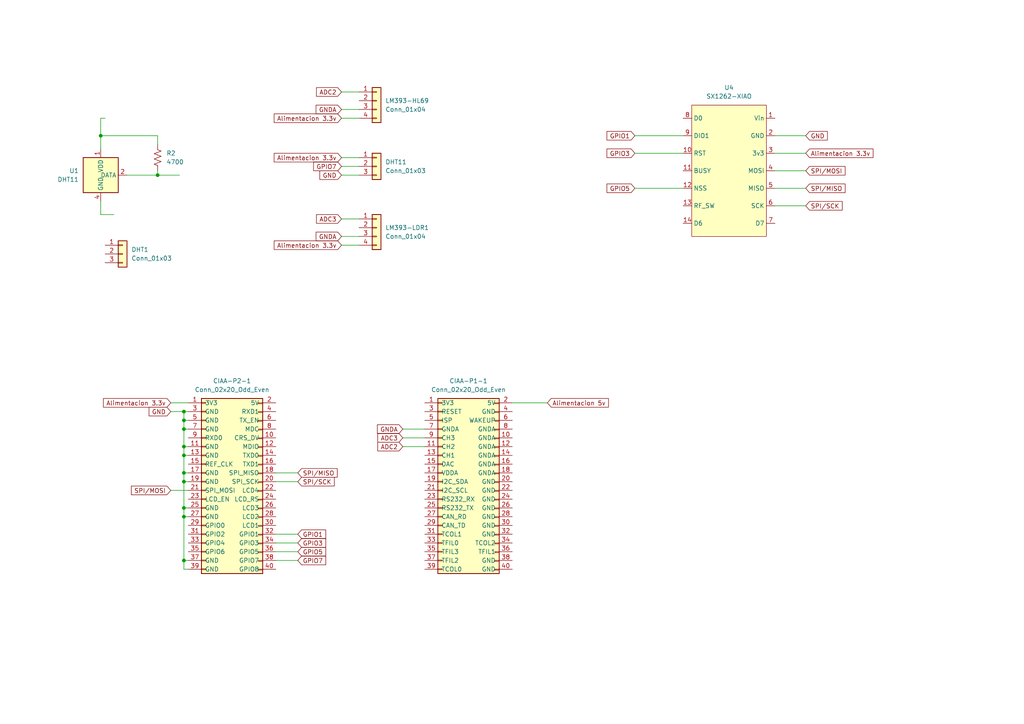
<source format=kicad_sch>
(kicad_sch (version 20250114) (generator "eeschema") (generator_version "9.0")
  (paper "A4")
  (title_block (title "Diseño esquematico de estación meteorológica") (comment 1 "Rodriguez, Matias") (comment 2 "Lumbreras, Valentin") (comment 3 "Graciano, Fausto") (comment 4 "Faccipieri, Ignacio"))
  (lib_symbols
    (symbol "Connector_Generic:Conn_01x03" (pin_names (offset 1.016) (hide yes))
      (property "Reference" "J" (at 0 5.08 0))
      (property "Value" "Conn_01x03" (at 0 -5.08 0))
      (symbol "Conn_01x03_1_1"
        (rectangle (start -1.27 3.81) (end 1.27 -3.81) (stroke (width 0.254)) (fill (type background)))
        (rectangle (start -1.27 2.667) (end 0 2.413) (stroke (width 0.1524)))
        (rectangle (start -1.27 0.127) (end 0 -0.127) (stroke (width 0.1524)))
        (rectangle (start -1.27 -2.413) (end 0 -2.667) (stroke (width 0.1524)))
        (pin passive line (at -5.08 2.54 0) (length 3.81) (name "Pin_1") (number "1"))
        (pin passive line (at -5.08 0 0) (length 3.81) (name "Pin_2") (number "2"))
        (pin passive line (at -5.08 -2.54 0) (length 3.81) (name "Pin_3") (number "3"))
      )
    )
    (symbol "Connector_Generic:Conn_01x04" (pin_names (offset 1.016) (hide yes))
      (property "Reference" "J" (at 0 5.08 0))
      (property "Value" "Conn_01x04" (at 0 -7.62 0))
      (symbol "Conn_01x04_1_1"
        (rectangle (start -1.27 3.81) (end 1.27 -6.35) (stroke (width 0.254)) (fill (type background)))
        (rectangle (start -1.27 2.667) (end 0 2.413) (stroke (width 0.1524)))
        (rectangle (start -1.27 0.127) (end 0 -0.127) (stroke (width 0.1524)))
        (rectangle (start -1.27 -2.413) (end 0 -2.667) (stroke (width 0.1524)))
        (rectangle (start -1.27 -4.953) (end 0 -5.207) (stroke (width 0.1524)))
        (pin passive line (at -5.08 2.54 0) (length 3.81) (name "Pin_1") (number "1"))
        (pin passive line (at -5.08 0 0) (length 3.81) (name "Pin_2") (number "2"))
        (pin passive line (at -5.08 -2.54 0) (length 3.81) (name "Pin_3") (number "3"))
        (pin passive line (at -5.08 -5.08 0) (length 3.81) (name "Pin_4") (number "4"))
      )
    )
    (symbol "Device:R_US" (pin_numbers (hide yes)) (pin_names (offset 0))
      (property "Reference" "R" (at 2.54 0 90))
      (property "Value" "R_US" (at -2.54 0 90))
      (symbol "R_US_0_1"
        (polyline (pts (xy 0 2.286) (xy 0 2.54)))
        (polyline (pts (xy 0 2.286) (xy 1.016 1.905) (xy 0 1.524) (xy -1.016 1.143) (xy 0 0.762)))
        (polyline (pts (xy 0 0.762) (xy 1.016 0.381) (xy 0 0) (xy -1.016 -0.381) (xy 0 -0.762)))
        (polyline (pts (xy 0 -0.762) (xy 1.016 -1.143) (xy 0 -1.524) (xy -1.016 -1.905) (xy 0 -2.286)))
        (polyline (pts (xy 0 -2.286) (xy 0 -2.54)))
      )
      (symbol "R_US_1_1"
        (pin passive line (at 0 3.81 270) (length 1.27) (name "~") (number "1"))
        (pin passive line (at 0 -3.81 90) (length 1.27) (name "~") (number "2"))
      )
    )
    (symbol "LoRa Wio-SX1262:Wio_SX1262"
      (property "Reference" "U" (at 0 0 0))
      (symbol "Wio_SX1262_1_1"
        (rectangle (start -11.43 -2.54) (end 10.16 -40.64) (fill (type background)))
        (pin bidirectional line (at -13.97 -6.35 0) (length 2.54) (name "D0") (number "8"))
        (pin output line (at -13.97 -11.43 0) (length 2.54) (name "DIO1") (number "9"))
        (pin input line (at -13.97 -16.51 0) (length 2.54) (name "RST") (number "10"))
        (pin output line (at -13.97 -21.59 0) (length 2.54) (name "BUSY") (number "11"))
        (pin input line (at -13.97 -26.67 0) (length 2.54) (name "NSS") (number "12"))
        (pin output line (at -13.97 -31.75 0) (length 2.54) (name "RF_SW") (number "13"))
        (pin bidirectional line (at -13.97 -36.83 0) (length 2.54) (name "D6") (number "14"))
        (pin power_in line (at 12.7 -6.35 180) (length 2.54) (name "Vin") (number "1"))
        (pin power_in line (at 12.7 -11.43 180) (length 2.54) (name "GND") (number "2"))
        (pin power_out line (at 12.7 -16.51 180) (length 2.54) (name "3v3") (number "3"))
        (pin input line (at 12.7 -21.59 180) (length 2.54) (name "MOSI") (number "4"))
        (pin output line (at 12.7 -26.67 180) (length 2.54) (name "MISO") (number "5"))
        (pin input line (at 12.7 -31.75 180) (length 2.54) (name "SCK") (number "6"))
        (pin bidirectional line (at 12.7 -36.83 180) (length 2.54) (name "D7") (number "7"))
      )
    )
    (symbol "ProyectoTdL:Conn_02x20_Odd_Even_1" (pin_names (offset 1.016))
      (property "Reference" "CIAA-P1-1" (at 6.096 29.21 0))
      (property "Value" "Conn_02x20_Odd_Even" (at 7.366 26.67 0))
      (symbol "Conn_02x20_Odd_Even_1_1_1"
        (rectangle (start -1.27 24.13) (end 16.51 -26.67) (stroke (width 0.254)) (fill (type background)))
        (rectangle (start -1.27 22.987) (end 0 22.733) (stroke (width 0.1524)))
        (rectangle (start -1.27 20.447) (end 0 20.193) (stroke (width 0.1524)))
        (rectangle (start -1.27 17.907) (end 0 17.653) (stroke (width 0.1524)))
        (rectangle (start -1.27 15.367) (end 0 15.113) (stroke (width 0.1524)))
        (rectangle (start -1.27 12.827) (end 0 12.573) (stroke (width 0.1524)))
        (rectangle (start -1.27 10.287) (end 0 10.033) (stroke (width 0.1524)))
        (rectangle (start -1.27 7.747) (end 0 7.493) (stroke (width 0.1524)))
        (rectangle (start -1.27 5.207) (end 0 4.953) (stroke (width 0.1524)))
        (rectangle (start -1.27 2.667) (end 0 2.413) (stroke (width 0.1524)))
        (rectangle (start -1.27 0.127) (end 0 -0.127) (stroke (width 0.1524)))
        (rectangle (start -1.27 -2.413) (end 0 -2.667) (stroke (width 0.1524)))
        (rectangle (start -1.27 -4.953) (end 0 -5.207) (stroke (width 0.1524)))
        (rectangle (start -1.27 -7.493) (end 0 -7.747) (stroke (width 0.1524)))
        (rectangle (start -1.27 -10.033) (end 0 -10.287) (stroke (width 0.1524)))
        (rectangle (start -1.27 -12.573) (end 0 -12.827) (stroke (width 0.1524)))
        (rectangle (start -1.27 -15.113) (end 0 -15.367) (stroke (width 0.1524)))
        (rectangle (start -1.27 -17.653) (end 0 -17.907) (stroke (width 0.1524)))
        (rectangle (start -1.27 -20.193) (end 0 -20.447) (stroke (width 0.1524)))
        (rectangle (start -1.27 -22.733) (end 0 -22.987) (stroke (width 0.1524)))
        (rectangle (start -1.27 -25.273) (end 0 -25.527) (stroke (width 0.1524)))
        (rectangle (start 15.24 22.86) (end 16.51 22.606) (stroke (width 0.1524)))
        (rectangle (start 16.51 20.32) (end 15.24 20.066) (stroke (width 0.1524)))
        (rectangle (start 16.51 17.78) (end 15.24 17.526) (stroke (width 0.1524)))
        (rectangle (start 16.51 15.24) (end 15.24 14.986) (stroke (width 0.1524)))
        (rectangle (start 16.51 12.7) (end 15.24 12.446) (stroke (width 0.1524)))
        (rectangle (start 16.51 10.16) (end 15.24 9.906) (stroke (width 0.1524)))
        (rectangle (start 16.51 7.62) (end 15.24 7.366) (stroke (width 0.1524)))
        (rectangle (start 16.51 5.08) (end 15.24 4.826) (stroke (width 0.1524)))
        (rectangle (start 16.51 2.54) (end 15.24 2.286) (stroke (width 0.1524)))
        (rectangle (start 16.51 0) (end 15.24 -0.254) (stroke (width 0.1524)))
        (rectangle (start 16.51 -2.54) (end 15.24 -2.794) (stroke (width 0.1524)))
        (rectangle (start 16.51 -5.08) (end 15.24 -5.334) (stroke (width 0.1524)))
        (rectangle (start 16.51 -7.62) (end 15.24 -7.874) (stroke (width 0.1524)))
        (rectangle (start 16.51 -10.16) (end 15.24 -10.414) (stroke (width 0.1524)))
        (rectangle (start 16.51 -12.7) (end 15.24 -12.954) (stroke (width 0.1524)))
        (rectangle (start 16.51 -15.24) (end 15.24 -15.494) (stroke (width 0.1524)))
        (rectangle (start 16.51 -17.78) (end 15.24 -18.034) (stroke (width 0.1524)))
        (rectangle (start 16.51 -20.32) (end 15.24 -20.574) (stroke (width 0.1524)))
        (rectangle (start 16.51 -22.86) (end 15.24 -23.114) (stroke (width 0.1524)))
        (rectangle (start 16.51 -25.4) (end 15.24 -25.654) (stroke (width 0.1524)))
        (pin passive line (at -5.08 22.86 0) (length 3.81) (name "3V3") (number "1"))
        (pin passive line (at -5.08 20.32 0) (length 3.81) (name "RESET") (number "3"))
        (pin passive line (at -5.08 17.78 0) (length 3.81) (name "ISP") (number "5"))
        (pin passive line (at -5.08 15.24 0) (length 3.81) (name "GNDA") (number "7"))
        (pin passive line (at -5.08 12.7 0) (length 3.81) (name "CH3") (number "9"))
        (pin passive line (at -5.08 10.16 0) (length 3.81) (name "CH2") (number "11"))
        (pin passive line (at -5.08 7.62 0) (length 3.81) (name "CH1") (number "13"))
        (pin passive line (at -5.08 5.08 0) (length 3.81) (name "DAC") (number "15"))
        (pin passive line (at -5.08 2.54 0) (length 3.81) (name "VDDA") (number "17"))
        (pin passive line (at -5.08 0 0) (length 3.81) (name "I2C_SDA") (number "19"))
        (pin passive line (at -5.08 -2.54 0) (length 3.81) (name "I2C_SCL") (number "21"))
        (pin passive line (at -5.08 -5.08 0) (length 3.81) (name "RS232_RX") (number "23"))
        (pin passive line (at -5.08 -7.62 0) (length 3.81) (name "RS232_TX") (number "25"))
        (pin passive line (at -5.08 -10.16 0) (length 3.81) (name "CAN_RD") (number "27"))
        (pin passive line (at -5.08 -12.7 0) (length 3.81) (name "CAN_TD") (number "29"))
        (pin passive line (at -5.08 -15.24 0) (length 3.81) (name "TCOL1") (number "31"))
        (pin passive line (at -5.08 -17.78 0) (length 3.81) (name "TFIL0") (number "33"))
        (pin passive line (at -5.08 -20.32 0) (length 3.81) (name "TFIL3") (number "35"))
        (pin passive line (at -5.08 -22.86 0) (length 3.81) (name "TFIL2") (number "37"))
        (pin passive line (at -5.08 -25.4 0) (length 3.81) (name "TCOL0") (number "39"))
        (pin passive line (at 20.32 22.86 180) (length 3.81) (name "5V") (number "2"))
        (pin passive line (at 20.32 20.32 180) (length 3.81) (name "GND") (number "4"))
        (pin passive line (at 20.32 17.78 180) (length 3.81) (name "WAKEUP") (number "6"))
        (pin passive line (at 20.32 15.24 180) (length 3.81) (name "GNDA") (number "8"))
        (pin passive line (at 20.32 12.7 180) (length 3.81) (name "GNDA") (number "10"))
        (pin passive line (at 20.32 10.16 180) (length 3.81) (name "GNDA") (number "12"))
        (pin passive line (at 20.32 7.62 180) (length 3.81) (name "GNDA") (number "14"))
        (pin passive line (at 20.32 5.08 180) (length 3.81) (name "GNDA") (number "16"))
        (pin passive line (at 20.32 2.54 180) (length 3.81) (name "GNDA") (number "18"))
        (pin passive line (at 20.32 0 180) (length 3.81) (name "GND") (number "20"))
        (pin passive line (at 20.32 -2.54 180) (length 3.81) (name "GND") (number "22"))
        (pin passive line (at 20.32 -5.08 180) (length 3.81) (name "GND") (number "24"))
        (pin passive line (at 20.32 -7.62 180) (length 3.81) (name "GND") (number "26"))
        (pin passive line (at 20.32 -10.16 180) (length 3.81) (name "GND") (number "28"))
        (pin passive line (at 20.32 -12.7 180) (length 3.81) (name "GND") (number "30"))
        (pin passive line (at 20.32 -15.24 180) (length 3.81) (name "GND") (number "32"))
        (pin passive line (at 20.32 -17.78 180) (length 3.81) (name "TCOL2") (number "34"))
        (pin passive line (at 20.32 -20.32 180) (length 3.81) (name "TFIL1") (number "36"))
        (pin passive line (at 20.32 -22.86 180) (length 3.81) (name "GND") (number "38"))
        (pin passive line (at 20.32 -25.4 180) (length 3.81) (name "GND") (number "40"))
      )
    )
    (symbol "ProyectoTdL:Conn_02x20_Odd_Even_2" (pin_names (offset 1.016))
      (property "Reference" "CIAA-P2-1" (at 8.128 29.21 0))
      (property "Value" "Conn_02x20_Odd_Even" (at 8.636 26.67 0))
      (symbol "Conn_02x20_Odd_Even_2_1_1"
        (rectangle (start -1.27 24.13) (end 16.51 -26.67) (stroke (width 0.254)) (fill (type background)))
        (rectangle (start -1.27 22.987) (end 0 22.733) (stroke (width 0.1524)))
        (rectangle (start -1.27 20.447) (end 0 20.193) (stroke (width 0.1524)))
        (rectangle (start -1.27 17.907) (end 0 17.653) (stroke (width 0.1524)))
        (rectangle (start -1.27 15.367) (end 0 15.113) (stroke (width 0.1524)))
        (rectangle (start -1.27 12.827) (end 0 12.573) (stroke (width 0.1524)))
        (rectangle (start -1.27 10.287) (end 0 10.033) (stroke (width 0.1524)))
        (rectangle (start -1.27 7.747) (end 0 7.493) (stroke (width 0.1524)))
        (rectangle (start -1.27 5.207) (end 0 4.953) (stroke (width 0.1524)))
        (rectangle (start -1.27 2.667) (end 0 2.413) (stroke (width 0.1524)))
        (rectangle (start -1.27 0.127) (end 0 -0.127) (stroke (width 0.1524)))
        (rectangle (start -1.27 -2.413) (end 0 -2.667) (stroke (width 0.1524)))
        (rectangle (start -1.27 -4.953) (end 0 -5.207) (stroke (width 0.1524)))
        (rectangle (start -1.27 -7.493) (end 0 -7.747) (stroke (width 0.1524)))
        (rectangle (start -1.27 -10.033) (end 0 -10.287) (stroke (width 0.1524)))
        (rectangle (start -1.27 -12.573) (end 0 -12.827) (stroke (width 0.1524)))
        (rectangle (start -1.27 -15.113) (end 0 -15.367) (stroke (width 0.1524)))
        (rectangle (start -1.27 -17.653) (end 0 -17.907) (stroke (width 0.1524)))
        (rectangle (start -1.27 -20.193) (end 0 -20.447) (stroke (width 0.1524)))
        (rectangle (start -1.27 -22.733) (end 0 -22.987) (stroke (width 0.1524)))
        (rectangle (start -1.27 -25.273) (end 0 -25.527) (stroke (width 0.1524)))
        (rectangle (start 15.24 22.86) (end 16.51 22.606) (stroke (width 0.1524)))
        (rectangle (start 15.24 0) (end 16.51 -0.254) (stroke (width 0.1524)))
        (rectangle (start 16.51 20.32) (end 15.24 20.066) (stroke (width 0.1524)))
        (rectangle (start 16.51 17.78) (end 15.24 17.526) (stroke (width 0.1524)))
        (rectangle (start 16.51 15.24) (end 15.24 14.986) (stroke (width 0.1524)))
        (rectangle (start 16.51 12.7) (end 15.24 12.446) (stroke (width 0.1524)))
        (rectangle (start 16.51 10.16) (end 15.24 9.906) (stroke (width 0.1524)))
        (rectangle (start 16.51 7.62) (end 15.24 7.366) (stroke (width 0.1524)))
        (rectangle (start 16.51 5.08) (end 15.24 4.826) (stroke (width 0.1524)))
        (rectangle (start 16.51 2.54) (end 15.24 2.286) (stroke (width 0.1524)))
        (rectangle (start 16.51 -2.54) (end 15.24 -2.794) (stroke (width 0.1524)))
        (rectangle (start 16.51 -5.08) (end 15.24 -5.334) (stroke (width 0.1524)))
        (rectangle (start 16.51 -7.62) (end 15.24 -7.874) (stroke (width 0.1524)))
        (rectangle (start 16.51 -10.16) (end 15.24 -10.414) (stroke (width 0.1524)))
        (rectangle (start 16.51 -12.7) (end 15.24 -12.954) (stroke (width 0.1524)))
        (rectangle (start 16.51 -15.24) (end 15.24 -15.494) (stroke (width 0.1524)))
        (rectangle (start 16.51 -17.78) (end 15.24 -18.034) (stroke (width 0.1524)))
        (rectangle (start 16.51 -20.32) (end 15.24 -20.574) (stroke (width 0.1524)))
        (rectangle (start 16.51 -22.86) (end 15.24 -23.114) (stroke (width 0.1524)))
        (rectangle (start 16.51 -25.4) (end 15.24 -25.654) (stroke (width 0.1524)))
        (pin passive line (at -5.08 22.86 0) (length 3.81) (name "3V3") (number "1"))
        (pin passive line (at -5.08 20.32 0) (length 3.81) (name "GND") (number "3"))
        (pin passive line (at -5.08 17.78 0) (length 3.81) (name "GND") (number "5"))
        (pin passive line (at -5.08 15.24 0) (length 3.81) (name "GND") (number "7"))
        (pin passive line (at -5.08 12.7 0) (length 3.81) (name "RXD0") (number "9"))
        (pin passive line (at -5.08 10.16 0) (length 3.81) (name "GND") (number "11"))
        (pin passive line (at -5.08 7.62 0) (length 3.81) (name "GND") (number "13"))
        (pin passive line (at -5.08 5.08 0) (length 3.81) (name "REF_CLK") (number "15"))
        (pin passive line (at -5.08 2.54 0) (length 3.81) (name "GND") (number "17"))
        (pin passive line (at -5.08 0 0) (length 3.81) (name "GND") (number "19"))
        (pin passive line (at -5.08 -2.54 0) (length 3.81) (name "SPI_MOSI") (number "21"))
        (pin passive line (at -5.08 -5.08 0) (length 3.81) (name "LCD_EN") (number "23"))
        (pin passive line (at -5.08 -7.62 0) (length 3.81) (name "GND") (number "25"))
        (pin passive line (at -5.08 -10.16 0) (length 3.81) (name "GND") (number "27"))
        (pin passive line (at -5.08 -12.7 0) (length 3.81) (name "GPIO0") (number "29"))
        (pin passive line (at -5.08 -15.24 0) (length 3.81) (name "GPIO2") (number "31"))
        (pin passive line (at -5.08 -17.78 0) (length 3.81) (name "GPIO4") (number "33"))
        (pin passive line (at -5.08 -20.32 0) (length 3.81) (name "GPIO6") (number "35"))
        (pin passive line (at -5.08 -22.86 0) (length 3.81) (name "GND") (number "37"))
        (pin passive line (at -5.08 -25.4 0) (length 3.81) (name "GND") (number "39"))
        (pin passive line (at 20.32 22.86 180) (length 3.81) (name "5V") (number "2"))
        (pin passive line (at 20.32 20.32 180) (length 3.81) (name "RXD1") (number "4"))
        (pin passive line (at 20.32 17.78 180) (length 3.81) (name "TX_EN") (number "6"))
        (pin passive line (at 20.32 15.24 180) (length 3.81) (name "MDC") (number "8"))
        (pin passive line (at 20.32 12.7 180) (length 3.81) (name "CRS_DV") (number "10"))
        (pin passive line (at 20.32 10.16 180) (length 3.81) (name "MDIO") (number "12"))
        (pin passive line (at 20.32 7.62 180) (length 3.81) (name "TXD0") (number "14"))
        (pin passive line (at 20.32 5.08 180) (length 3.81) (name "TXD1") (number "16"))
        (pin passive line (at 20.32 2.54 180) (length 3.81) (name "SPI_MISO") (number "18"))
        (pin passive line (at 20.32 0 180) (length 3.81) (name "SPI_SCK") (number "20"))
        (pin passive line (at 20.32 -2.54 180) (length 3.81) (name "LCD4") (number "22"))
        (pin passive line (at 20.32 -5.08 180) (length 3.81) (name "LCD_RS") (number "24"))
        (pin passive line (at 20.32 -7.62 180) (length 3.81) (name "LCD3") (number "26"))
        (pin passive line (at 20.32 -10.16 180) (length 3.81) (name "LCD2") (number "28"))
        (pin passive line (at 20.32 -12.7 180) (length 3.81) (name "LCD1") (number "30"))
        (pin passive line (at 20.32 -15.24 180) (length 3.81) (name "GPIO1") (number "32"))
        (pin passive line (at 20.32 -17.78 180) (length 3.81) (name "GPIO3") (number "34"))
        (pin passive line (at 20.32 -20.32 180) (length 3.81) (name "GPIO5") (number "36"))
        (pin passive line (at 20.32 -22.86 180) (length 3.81) (name "GPIO7") (number "38"))
        (pin passive line (at 20.32 -25.4 180) (length 3.81) (name "GPIO8") (number "40"))
      )
    )
    (symbol "Sensor:DHT11"
      (property "Reference" "U" (at -3.81 6.35 0))
      (property "Value" "DHT11" (at 3.81 6.35 0))
      (symbol "DHT11_0_1"
        (rectangle (start -5.08 5.08) (end 5.08 -5.08) (stroke (width 0.254)) (fill (type background)))
      )
      (symbol "DHT11_1_1"
        (pin no_connect line (at -5.08 0 0) (length 2.54) (hide yes) (name "NC") (number "3"))
        (pin power_in line (at 0 7.62 270) (length 2.54) (name "VDD") (number "1"))
        (pin power_in line (at 0 -7.62 90) (length 2.54) (name "GND") (number "4"))
        (pin bidirectional line (at 7.62 0 180) (length 2.54) (name "DATA") (number "2"))
      )
    )
  )
  (junction (at 53.34 139.7))
  (junction (at 53.34 147.32))
  (junction (at 53.34 121.92))
  (junction (at 53.34 149.86))
  (junction (at 29.21 39.37))
  (junction (at 45.72 50.8))
  (junction (at 53.34 119.38))
  (junction (at 53.34 129.54))
  (junction (at 53.34 124.46))
  (junction (at 53.34 132.08))
  (junction (at 53.34 162.56))
  (junction (at 53.34 137.16))
  (wire (pts (xy 99.06 63.5) (xy 104.14 63.5)))
  (wire (pts (xy 99.06 31.75) (xy 104.14 31.75)))
  (wire (pts (xy 29.21 62.23) (xy 29.21 58.42)))
  (wire (pts (xy 53.34 149.86) (xy 53.34 147.32)))
  (wire (pts (xy 53.34 121.92) (xy 53.34 119.38)))
  (wire (pts (xy 184.15 44.45) (xy 198.12 44.45)))
  (wire (pts (xy 80.01 157.48) (xy 86.36 157.48)))
  (wire (pts (xy 33.02 62.23) (xy 29.21 62.23)))
  (wire (pts (xy 80.01 154.94) (xy 86.36 154.94)))
  (wire (pts (xy 53.34 124.46) (xy 53.34 121.92)))
  (wire (pts (xy 99.06 68.58) (xy 104.14 68.58)))
  (wire (pts (xy 36.83 50.8) (xy 45.72 50.8)))
  (wire (pts (xy 45.72 39.37) (xy 29.21 39.37)))
  (wire (pts (xy 30.48 34.29) (xy 29.21 34.29)))
  (wire (pts (xy 54.61 121.92) (xy 53.34 121.92)))
  (wire (pts (xy 29.21 34.29) (xy 29.21 39.37)))
  (wire (pts (xy 45.72 41.91) (xy 45.72 39.37)))
  (wire (pts (xy 49.53 119.38) (xy 53.34 119.38)))
  (wire (pts (xy 53.34 165.1) (xy 53.34 162.56)))
  (wire (pts (xy 45.72 50.8) (xy 52.07 50.8)))
  (wire (pts (xy 116.84 129.54) (xy 123.19 129.54)))
  (wire (pts (xy 99.06 71.12) (xy 104.14 71.12)))
  (wire (pts (xy 54.61 132.08) (xy 53.34 132.08)))
  (wire (pts (xy 54.61 139.7) (xy 53.34 139.7)))
  (wire (pts (xy 224.79 54.61) (xy 233.68 54.61)))
  (wire (pts (xy 54.61 137.16) (xy 53.34 137.16)))
  (wire (pts (xy 53.34 129.54) (xy 53.34 124.46)))
  (wire (pts (xy 80.01 160.02) (xy 86.36 160.02)))
  (wire (pts (xy 184.15 54.61) (xy 198.12 54.61)))
  (wire (pts (xy 29.21 39.37) (xy 29.21 43.18)))
  (wire (pts (xy 53.34 147.32) (xy 53.34 139.7)))
  (wire (pts (xy 80.01 139.7) (xy 86.36 139.7)))
  (wire (pts (xy 224.79 44.45) (xy 233.68 44.45)))
  (wire (pts (xy 224.79 39.37) (xy 233.68 39.37)))
  (wire (pts (xy 54.61 124.46) (xy 53.34 124.46)))
  (wire (pts (xy 99.06 48.26) (xy 104.14 48.26)))
  (wire (pts (xy 80.01 137.16) (xy 86.36 137.16)))
  (wire (pts (xy 54.61 162.56) (xy 53.34 162.56)))
  (wire (pts (xy 99.06 26.67) (xy 104.14 26.67)))
  (wire (pts (xy 49.53 142.24) (xy 54.61 142.24)))
  (wire (pts (xy 80.01 162.56) (xy 86.36 162.56)))
  (wire (pts (xy 116.84 127) (xy 123.19 127)))
  (wire (pts (xy 54.61 129.54) (xy 53.34 129.54)))
  (wire (pts (xy 54.61 147.32) (xy 53.34 147.32)))
  (wire (pts (xy 54.61 149.86) (xy 53.34 149.86)))
  (wire (pts (xy 53.34 139.7) (xy 53.34 137.16)))
  (wire (pts (xy 99.06 50.8) (xy 104.14 50.8)))
  (wire (pts (xy 54.61 165.1) (xy 53.34 165.1)))
  (wire (pts (xy 224.79 49.53) (xy 233.68 49.53)))
  (wire (pts (xy 184.15 39.37) (xy 198.12 39.37)))
  (wire (pts (xy 49.53 116.84) (xy 54.61 116.84)))
  (wire (pts (xy 45.72 49.53) (xy 45.72 50.8)))
  (wire (pts (xy 99.06 45.72) (xy 104.14 45.72)))
  (wire (pts (xy 148.59 116.84) (xy 158.75 116.84)))
  (wire (pts (xy 116.84 124.46) (xy 123.19 124.46)))
  (wire (pts (xy 53.34 119.38) (xy 54.61 119.38)))
  (wire (pts (xy 53.34 132.08) (xy 53.34 129.54)))
  (wire (pts (xy 99.06 34.29) (xy 104.14 34.29)))
  (wire (pts (xy 53.34 137.16) (xy 53.34 132.08)))
  (wire (pts (xy 53.34 162.56) (xy 53.34 149.86)))
  (wire (pts (xy 224.79 59.69) (xy 233.68 59.69)))
  (global_label "Alimentacion 3.3v" (shape input) (at 49.53 116.84 180) (property "Intersheetrefs" "${INTERSHEET_REFS}" (effects (hide yes))))
  (global_label "Alimentacion 5v" (shape input) (at 158.75 116.84 0) (property "Intersheetrefs" "${INTERSHEET_REFS}" (effects (hide yes))))
  (global_label "GPIO7" (shape input) (at 99.06 48.26 180) (property "Intersheetrefs" "${INTERSHEET_REFS}" (effects (hide yes))))
  (global_label "GPIO7" (shape input) (at 86.36 162.56 0) (property "Intersheetrefs" "${INTERSHEET_REFS}" (effects (hide yes))))
  (global_label "SPI{slash}MOSI" (shape input) (at 233.68 49.53 0) (property "Intersheetrefs" "${INTERSHEET_REFS}" (effects (hide yes))))
  (global_label "Alimentacion 3.3v" (shape input) (at 99.06 45.72 180) (property "Intersheetrefs" "${INTERSHEET_REFS}" (effects (hide yes))))
  (global_label "GNDA" (shape input) (at 116.84 124.46 180) (property "Intersheetrefs" "${INTERSHEET_REFS}" (effects (hide yes))))
  (global_label "Alimentacion 3.3v" (shape input) (at 233.68 44.45 0) (property "Intersheetrefs" "${INTERSHEET_REFS}" (effects (hide yes))))
  (global_label "GND" (shape input) (at 49.53 119.38 180) (property "Intersheetrefs" "${INTERSHEET_REFS}" (effects (hide yes))))
  (global_label "GNDA" (shape input) (at 99.06 31.75 180) (property "Intersheetrefs" "${INTERSHEET_REFS}" (effects (hide yes))))
  (global_label "GPIO3" (shape input) (at 184.15 44.45 180) (property "Intersheetrefs" "${INTERSHEET_REFS}" (effects (hide yes))))
  (global_label "GND" (shape input) (at 99.06 50.8 180) (property "Intersheetrefs" "${INTERSHEET_REFS}" (effects (hide yes))))
  (global_label "Alimentacion 3.3v" (shape input) (at 99.06 71.12 180) (property "Intersheetrefs" "${INTERSHEET_REFS}" (effects (hide yes))))
  (global_label "ADC3" (shape input) (at 116.84 127 180) (property "Intersheetrefs" "${INTERSHEET_REFS}" (effects (hide yes))))
  (global_label "GPIO5" (shape input) (at 86.36 160.02 0) (property "Intersheetrefs" "${INTERSHEET_REFS}" (effects (hide yes))))
  (global_label "GNDA" (shape input) (at 99.06 68.58 180) (property "Intersheetrefs" "${INTERSHEET_REFS}" (effects (hide yes))))
  (global_label "SPI{slash}SCK" (shape input) (at 233.68 59.69 0) (property "Intersheetrefs" "${INTERSHEET_REFS}" (effects (hide yes))))
  (global_label "SPI{slash}SCK" (shape input) (at 86.36 139.7 0) (property "Intersheetrefs" "${INTERSHEET_REFS}" (effects (hide yes))))
  (global_label "SPI{slash}MISO" (shape input) (at 233.68 54.61 0) (property "Intersheetrefs" "${INTERSHEET_REFS}" (effects (hide yes))))
  (global_label "GPIO1" (shape input) (at 184.15 39.37 180) (property "Intersheetrefs" "${INTERSHEET_REFS}" (effects (hide yes))))
  (global_label "SPI{slash}MISO" (shape input) (at 86.36 137.16 0) (property "Intersheetrefs" "${INTERSHEET_REFS}" (effects (hide yes))))
  (global_label "GPIO5" (shape input) (at 184.15 54.61 180) (property "Intersheetrefs" "${INTERSHEET_REFS}" (effects (hide yes))))
  (global_label "SPI{slash}MOSI" (shape input) (at 49.53 142.24 180) (property "Intersheetrefs" "${INTERSHEET_REFS}" (effects (hide yes))))
  (global_label "GPIO1" (shape input) (at 86.36 154.94 0) (property "Intersheetrefs" "${INTERSHEET_REFS}" (effects (hide yes))))
  (global_label "Alimentacion 3.3v" (shape input) (at 99.06 34.29 180) (property "Intersheetrefs" "${INTERSHEET_REFS}" (effects (hide yes))))
  (global_label "GND" (shape input) (at 233.68 39.37 0) (property "Intersheetrefs" "${INTERSHEET_REFS}" (effects (hide yes))))
  (global_label "GPIO3" (shape input) (at 86.36 157.48 0) (property "Intersheetrefs" "${INTERSHEET_REFS}" (effects (hide yes))))
  (global_label "ADC2" (shape input) (at 116.84 129.54 180) (property "Intersheetrefs" "${INTERSHEET_REFS}" (effects (hide yes))))
  (global_label "ADC2" (shape input) (at 99.06 26.67 180) (property "Intersheetrefs" "${INTERSHEET_REFS}" (effects (hide yes))))
  (global_label "ADC3" (shape input) (at 99.06 63.5 180) (property "Intersheetrefs" "${INTERSHEET_REFS}" (effects (hide yes))))
  (symbol (lib_id "Connector_Generic:Conn_01x03") (at 35.56 73.66 0) (unit 1)
    (property "Reference" "DHT1" (at 38.1 72.3899 0) (effects (justify left)))
    (property "Value" "Conn_01x03" (at 38.1 74.9299 0) (effects (justify left)))
    (property "Footprint" "Connector_PinHeader_2.54mm:PinHeader_1x03_P2.54mm_Vertical" (effects (hide yes)))
    (property "Description" "Generic connector, single row, 01x03, script generated (kicad-library-utils/schlib/autogen/connector/)" (effects (hide yes)))
  )
  (symbol (lib_id "ProyectoTdL:Conn_02x20_Odd_Even_1") (at 128.27 139.7 0) (unit 1)
    (property "Reference" "CIAA-P1-1" (at 135.89 110.49 0))
    (property "Value" "Conn_02x20_Odd_Even" (at 135.89 113.03 0))
    (property "Footprint" "HuellasPersonales:P1Ciaa" (effects (hide yes)))
    (property "Description" "Generic connector, double row, 02x20, odd/even pin numbering scheme (row 1 odd numbers, row 2 even numbers), script generated (kicad-library-utils/schlib/autogen/connector/)" (effects (hide yes)))
  )
  (symbol (lib_id "Connector_Generic:Conn_01x04") (at 109.22 66.04 0) (unit 1)
    (property "Reference" "LM393-LDR1" (at 111.76 66.0399 0) (effects (justify left)))
    (property "Value" "Conn_01x04" (at 111.76 68.5799 0) (effects (justify left)))
    (property "Footprint" "Connector_PinSocket_2.54mm:PinSocket_1x04_P2.54mm_Vertical" (effects (hide yes)))
    (property "Description" "Generic connector, single row, 01x04, script generated (kicad-library-utils/schlib/autogen/connector/)" (effects (hide yes)))
  )
  (symbol (lib_id "Sensor:DHT11") (at 29.21 50.8 0) (unit 1)
    (property "Reference" "U1" (at 22.86 49.5299 0) (effects (justify right)))
    (property "Value" "DHT11" (at 22.86 52.0699 0) (effects (justify right)))
    (property "Footprint" "Sensor:Aosong_DHT11_5.5x12.0_P2.54mm" (effects (hide yes)))
    (property "Datasheet" "http://akizukidenshi.com/download/ds/aosong/DHT11.pdf" (effects (hide yes)))
    (property "Description" "3.3V to 5.5V, temperature and humidity module, DHT11" (effects (hide yes)))
  )
  (symbol (lib_id "Connector_Generic:Conn_01x04") (at 109.22 29.21 0) (unit 1)
    (property "Reference" "LM393-HL69" (at 111.76 29.2099 0) (effects (justify left)))
    (property "Value" "Conn_01x04" (at 111.76 31.7499 0) (effects (justify left)))
    (property "Footprint" "Connector_PinSocket_2.54mm:PinSocket_1x04_P2.54mm_Vertical" (effects (hide yes)))
    (property "Description" "Generic connector, single row, 01x04, script generated (kicad-library-utils/schlib/autogen/connector/)" (effects (hide yes)))
  )
  (symbol (lib_id "Device:R_US") (at 45.72 45.72 0) (unit 1)
    (property "Reference" "R2" (at 48.26 44.4499 0) (effects (justify left)))
    (property "Value" "4700" (at 48.26 46.9899 0) (effects (justify left)))
    (property "Footprint" "Resistor_THT:R_Axial_DIN0207_L6.3mm_D2.5mm_P7.62mm_Horizontal" (effects (hide yes)))
    (property "Description" "Resistor, US symbol" (effects (hide yes)))
  )
  (symbol (lib_id "Connector_Generic:Conn_01x03") (at 109.22 48.26 0) (unit 1)
    (property "Reference" "DHT11" (at 111.76 46.9899 0) (effects (justify left)))
    (property "Value" "Conn_01x03" (at 111.76 49.5299 0) (effects (justify left)))
    (property "Footprint" "Connector_PinSocket_2.54mm:PinSocket_1x03_P2.54mm_Vertical" (effects (hide yes)))
    (property "Description" "Generic connector, single row, 01x03, script generated (kicad-library-utils/schlib/autogen/connector/)" (effects (hide yes)))
  )
  (symbol (lib_id "ProyectoTdL:Conn_02x20_Odd_Even_2") (at 59.69 139.7 0) (unit 1)
    (property "Reference" "CIAA-P2-1" (at 67.31 110.49 0))
    (property "Value" "Conn_02x20_Odd_Even" (at 67.31 113.03 0))
    (property "Footprint" "HuellasPersonales:P2Ciaa" (effects (hide yes)))
    (property "Description" "Generic connector, double row, 02x20, odd/even pin numbering scheme (row 1 odd numbers, row 2 even numbers), script generated (kicad-library-utils/schlib/autogen/connector/)" (effects (hide yes)))
  )
  (symbol (lib_id "LoRa Wio-SX1262:Wio_SX1262") (at 212.09 27.94 0) (unit 1)
    (property "Reference" "U4" (at 211.455 25.4 0))
    (property "Value" "SX1262-XIAO" (at 211.455 27.94 0))
    (property "Footprint" "Library:Untitled" (effects (hide yes)))
  )
)
</source>
